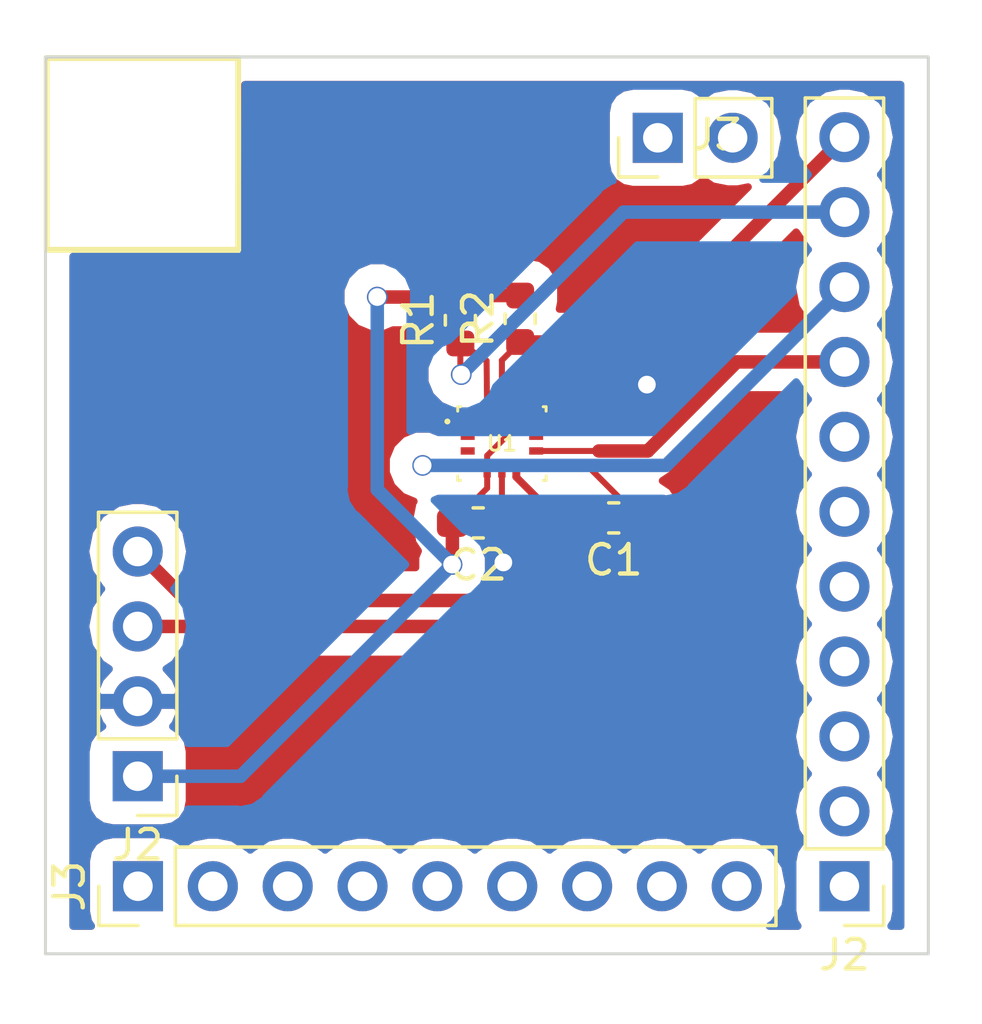
<source format=kicad_pcb>
(kicad_pcb (version 20171130) (host pcbnew "(5.0.1)-3")

  (general
    (thickness 1.6)
    (drawings 11)
    (tracks 60)
    (zones 0)
    (modules 9)
    (nets 31)
  )

  (page A4)
  (layers
    (0 F.Cu signal)
    (31 B.Cu signal)
    (32 B.Adhes user)
    (33 F.Adhes user)
    (34 B.Paste user)
    (35 F.Paste user)
    (36 B.SilkS user)
    (37 F.SilkS user)
    (38 B.Mask user)
    (39 F.Mask user)
    (40 Dwgs.User user)
    (41 Cmts.User user)
    (42 Eco1.User user)
    (43 Eco2.User user)
    (44 Edge.Cuts user)
    (45 Margin user)
    (46 B.CrtYd user)
    (47 F.CrtYd user)
    (48 B.Fab user)
    (49 F.Fab user)
  )

  (setup
    (last_trace_width 0.2032)
    (user_trace_width 0.1524)
    (user_trace_width 0.4572)
    (user_trace_width 0.1524)
    (user_trace_width 0.4572)
    (trace_clearance 0.1524)
    (zone_clearance 0.762)
    (zone_45_only no)
    (trace_min 0.0508)
    (segment_width 0.2)
    (edge_width 0.15)
    (via_size 0.7)
    (via_drill 0.6)
    (via_min_size 0.4)
    (via_min_drill 0.3)
    (uvia_size 0.7)
    (uvia_drill 0.6)
    (uvias_allowed no)
    (uvia_min_size 0.2)
    (uvia_min_drill 0.1)
    (pcb_text_width 0.3)
    (pcb_text_size 1.5 1.5)
    (mod_edge_width 0.15)
    (mod_text_size 1 1)
    (mod_text_width 0.15)
    (pad_size 1.524 1.524)
    (pad_drill 0.762)
    (pad_to_mask_clearance 0.051)
    (solder_mask_min_width 0.25)
    (aux_axis_origin 0 0)
    (grid_origin 137.65 67.16)
    (visible_elements 7FFFFFFF)
    (pcbplotparams
      (layerselection 0x01000_ffffffff)
      (usegerberextensions false)
      (usegerberattributes false)
      (usegerberadvancedattributes false)
      (creategerberjobfile false)
      (excludeedgelayer true)
      (linewidth 0.100000)
      (plotframeref false)
      (viasonmask false)
      (mode 1)
      (useauxorigin false)
      (hpglpennumber 1)
      (hpglpenspeed 20)
      (hpglpendiameter 15.000000)
      (psnegative false)
      (psa4output false)
      (plotreference true)
      (plotvalue true)
      (plotinvisibletext false)
      (padsonsilk false)
      (subtractmaskfromsilk false)
      (outputformat 1)
      (mirror false)
      (drillshape 0)
      (scaleselection 1)
      (outputdirectory "Gerber/"))
  )

  (net 0 "")
  (net 1 DGND)
  (net 2 /BMI_SDA)
  (net 3 /BMI_SCL)
  (net 4 /BMI_INT1)
  (net 5 /BMI_INT2)
  (net 6 /LOAD_SW_CTRL)
  (net 7 /AIN_BAT_DIV_VOLTAGE)
  (net 8 /P10)
  (net 9 /P17)
  (net 10 /SWDCLK)
  (net 11 /SWDIO)
  (net 12 /P09)
  (net 13 /P02)
  (net 14 /P05)
  (net 15 /P06)
  (net 16 /P07)
  (net 17 /P08)
  (net 18 /MAX30003_INT)
  (net 19 /MAX30003_INT2)
  (net 20 /MAX30003_SDO)
  (net 21 /MAX30003_SDI)
  (net 22 /MAX30003_SCLK)
  (net 23 /MAX30003_CSB)
  (net 24 AGND)
  (net 25 DVDD)
  (net 26 AVDD)
  (net 27 "Net-(U1-Pad11)")
  (net 28 "Net-(U1-Pad10)")
  (net 29 "Net-(U1-Pad3)")
  (net 30 "Net-(U1-Pad2)")

  (net_class Default "This is the default net class."
    (clearance 0.1524)
    (trace_width 0.2032)
    (via_dia 0.7)
    (via_drill 0.6)
    (uvia_dia 0.7)
    (uvia_drill 0.6)
    (add_net /AIN_BAT_DIV_VOLTAGE)
    (add_net /BMI_INT1)
    (add_net /BMI_INT2)
    (add_net /BMI_SCL)
    (add_net /BMI_SDA)
    (add_net /LOAD_SW_CTRL)
    (add_net /MAX30003_CSB)
    (add_net /MAX30003_INT)
    (add_net /MAX30003_INT2)
    (add_net /MAX30003_SCLK)
    (add_net /MAX30003_SDI)
    (add_net /MAX30003_SDO)
    (add_net /P02)
    (add_net /P05)
    (add_net /P06)
    (add_net /P07)
    (add_net /P08)
    (add_net /P09)
    (add_net /P10)
    (add_net /P17)
    (add_net /SWDCLK)
    (add_net /SWDIO)
    (add_net AGND)
    (add_net AVDD)
    (add_net DGND)
    (add_net DVDD)
    (add_net "Net-(U1-Pad10)")
    (add_net "Net-(U1-Pad11)")
    (add_net "Net-(U1-Pad2)")
    (add_net "Net-(U1-Pad3)")
  )

  (net_class 6 ""
    (clearance 0.1524)
    (trace_width 0.1524)
    (via_dia 0.7)
    (via_drill 0.6)
    (uvia_dia 0.7)
    (uvia_drill 0.6)
  )

  (module Connector_PinHeader_2.54mm:PinHeader_1x02_P2.54mm_Vertical (layer F.Cu) (tedit 5C67A391) (tstamp 5D8E9CEB)
    (at 203.69 72.33 90)
    (descr "Through hole straight pin header, 1x02, 2.54mm pitch, single row")
    (tags "Through hole pin header THT 1x02 2.54mm single row")
    (path /5DA2C7AE)
    (fp_text reference J3 (at 0.099 2.018 180) (layer F.SilkS)
      (effects (font (size 1 1) (thickness 0.15)))
    )
    (fp_text value Conn_01x02 (at 0 4.87 90) (layer F.Fab)
      (effects (font (size 1 1) (thickness 0.15)))
    )
    (fp_text user %R (at 0 1.27 180) (layer F.Fab)
      (effects (font (size 1 1) (thickness 0.15)))
    )
    (fp_line (start 1.8 -1.8) (end -1.8 -1.8) (layer F.CrtYd) (width 0.05))
    (fp_line (start 1.8 4.35) (end 1.8 -1.8) (layer F.CrtYd) (width 0.05))
    (fp_line (start -1.8 4.35) (end 1.8 4.35) (layer F.CrtYd) (width 0.05))
    (fp_line (start -1.8 -1.8) (end -1.8 4.35) (layer F.CrtYd) (width 0.05))
    (fp_line (start -1.33 -1.33) (end 0 -1.33) (layer F.SilkS) (width 0.12))
    (fp_line (start -1.33 0) (end -1.33 -1.33) (layer F.SilkS) (width 0.12))
    (fp_line (start -1.33 1.27) (end 1.33 1.27) (layer F.SilkS) (width 0.12))
    (fp_line (start 1.33 1.27) (end 1.33 3.87) (layer F.SilkS) (width 0.12))
    (fp_line (start -1.33 1.27) (end -1.33 3.87) (layer F.SilkS) (width 0.12))
    (fp_line (start -1.33 3.87) (end 1.33 3.87) (layer F.SilkS) (width 0.12))
    (fp_line (start -1.27 -0.635) (end -0.635 -1.27) (layer F.Fab) (width 0.1))
    (fp_line (start -1.27 3.81) (end -1.27 -0.635) (layer F.Fab) (width 0.1))
    (fp_line (start 1.27 3.81) (end -1.27 3.81) (layer F.Fab) (width 0.1))
    (fp_line (start 1.27 -1.27) (end 1.27 3.81) (layer F.Fab) (width 0.1))
    (fp_line (start -0.635 -1.27) (end 1.27 -1.27) (layer F.Fab) (width 0.1))
    (pad 2 thru_hole oval (at 0 2.54 90) (size 1.7 1.7) (drill 1) (layers *.Cu *.Mask)
      (net 10 /SWDCLK))
    (pad 1 thru_hole rect (at 0 0 90) (size 1.7 1.7) (drill 1) (layers *.Cu *.Mask)
      (net 11 /SWDIO))
    (model ${KISYS3DMOD}/Connector_PinHeader_2.54mm.3dshapes/PinHeader_1x02_P2.54mm_Vertical.wrl
      (at (xyz 0 0 0))
      (scale (xyz 1 1 1))
      (rotate (xyz 0 0 0))
    )
  )

  (module Package_LGA:BMI160-Fixedtolerance (layer F.Cu) (tedit 5D75168F) (tstamp 5D8F8147)
    (at 198.4 82.7)
    (descr BMI160-5)
    (tags Accelerometer)
    (path /5C8BECD7)
    (attr smd)
    (fp_text reference U1 (at 0 0) (layer F.SilkS)
      (effects (font (size 0.5 0.5) (thickness 0.1)))
    )
    (fp_text value BMI160 (at -0.44 6.13 180) (layer F.SilkS) hide
      (effects (font (size 1.27 1.27) (thickness 0.254)))
    )
    (fp_arc (start -1.85 -0.75) (end -1.9 -0.75) (angle -180) (layer F.SilkS) (width 0.1))
    (fp_arc (start -1.85 -0.75) (end -1.8 -0.75) (angle -180) (layer F.SilkS) (width 0.1))
    (fp_line (start 1.5 -1.25) (end 1.4 -1.25) (layer F.SilkS) (width 0.1))
    (fp_line (start 1.5 -1.1) (end 1.5 -1.25) (layer F.SilkS) (width 0.1))
    (fp_line (start -1.5 -1.25) (end -1.4 -1.25) (layer F.SilkS) (width 0.1))
    (fp_line (start -1.5 -1.1) (end -1.5 -1.25) (layer F.SilkS) (width 0.1))
    (fp_line (start 1.5 1.25) (end 1.4 1.25) (layer F.SilkS) (width 0.1))
    (fp_line (start 1.5 1.1) (end 1.5 1.25) (layer F.SilkS) (width 0.1))
    (fp_line (start -1.5 1.25) (end -1.4 1.25) (layer F.SilkS) (width 0.1))
    (fp_line (start -1.5 1.1) (end -1.5 1.25) (layer F.SilkS) (width 0.1))
    (fp_line (start -1.9 -0.75) (end -1.9 -0.75) (layer F.SilkS) (width 0.1))
    (fp_line (start -1.8 -0.75) (end -1.8 -0.75) (layer F.SilkS) (width 0.1))
    (fp_line (start -2.1 1.85) (end -2.1 -1.85) (layer Dwgs.User) (width 0.1))
    (fp_line (start 2.1 1.85) (end -2.1 1.85) (layer Dwgs.User) (width 0.1))
    (fp_line (start 2.1 -1.85) (end 2.1 1.85) (layer Dwgs.User) (width 0.1))
    (fp_line (start -2.1 -1.85) (end 2.1 -1.85) (layer Dwgs.User) (width 0.1))
    (fp_line (start -1.5 1.25) (end -1.5 -1.25) (layer Dwgs.User) (width 0.2))
    (fp_line (start 1.5 1.25) (end -1.5 1.25) (layer Dwgs.User) (width 0.2))
    (fp_line (start 1.5 -1.25) (end 1.5 1.25) (layer Dwgs.User) (width 0.2))
    (fp_line (start -1.5 -1.25) (end 1.5 -1.25) (layer Dwgs.User) (width 0.2))
    (pad 14 smd rect (at -0.5 -0.912) (size 0.25 0.475) (layers F.Cu F.Paste F.Mask)
      (net 2 /BMI_SDA))
    (pad 13 smd rect (at 0 -0.912) (size 0.25 0.475) (layers F.Cu F.Paste F.Mask)
      (net 3 /BMI_SCL))
    (pad 12 smd rect (at 0.5 -0.912) (size 0.25 0.475) (layers F.Cu F.Paste F.Mask)
      (net 25 DVDD))
    (pad 11 smd rect (at 1.162 -0.75 90) (size 0.25 0.475) (layers F.Cu F.Paste F.Mask)
      (net 27 "Net-(U1-Pad11)"))
    (pad 10 smd rect (at 1.162 -0.25 90) (size 0.25 0.475) (layers F.Cu F.Paste F.Mask)
      (net 28 "Net-(U1-Pad10)"))
    (pad 9 smd rect (at 1.162 0.25 90) (size 0.25 0.475) (layers F.Cu F.Paste F.Mask)
      (net 5 /BMI_INT2))
    (pad 8 smd rect (at 1.162 0.75 90) (size 0.25 0.475) (layers F.Cu F.Paste F.Mask)
      (net 26 AVDD))
    (pad 7 smd rect (at 0.5 0.912) (size 0.25 0.475) (layers F.Cu F.Paste F.Mask)
      (net 24 AGND))
    (pad 6 smd rect (at 0 0.912) (size 0.25 0.475) (layers F.Cu F.Paste F.Mask)
      (net 1 DGND))
    (pad 5 smd rect (at -0.5 0.912) (size 0.25 0.475) (layers F.Cu F.Paste F.Mask)
      (net 25 DVDD))
    (pad 4 smd rect (at -1.162 0.75 90) (size 0.25 0.475) (layers F.Cu F.Paste F.Mask)
      (net 4 /BMI_INT1))
    (pad 3 smd rect (at -1.162 0.25 90) (size 0.25 0.475) (layers F.Cu F.Paste F.Mask)
      (net 29 "Net-(U1-Pad3)"))
    (pad 2 smd rect (at -1.162 -0.25 90) (size 0.25 0.475) (layers F.Cu F.Paste F.Mask)
      (net 30 "Net-(U1-Pad2)"))
    (pad 1 smd rect (at -1.162 -0.75 90) (size 0.25 0.475) (layers F.Cu F.Paste F.Mask)
      (net 1 DGND))
  )

  (module Resistor_SMD:R_0603_1608Metric (layer F.Cu) (tedit 5D6D69F3) (tstamp 5D8F8081)
    (at 196.99 78.5175 90)
    (descr "Resistor SMD 0603 (1608 Metric), square (rectangular) end terminal, IPC_7351 nominal, (Body size source: http://www.tortai-tech.com/upload/download/2011102023233369053.pdf), generated with kicad-footprint-generator")
    (tags resistor)
    (path /5CA8E20B)
    (attr smd)
    (fp_text reference R1 (at 0 -1.43 90) (layer F.SilkS)
      (effects (font (size 1 1) (thickness 0.15)))
    )
    (fp_text value 100K (at 0 1.43 90) (layer F.Fab)
      (effects (font (size 1 1) (thickness 0.15)))
    )
    (fp_text user %R (at 0 0 90) (layer F.Fab)
      (effects (font (size 0.4 0.4) (thickness 0.06)))
    )
    (fp_line (start 1.48 0.73) (end -1.48 0.73) (layer F.CrtYd) (width 0.05))
    (fp_line (start 1.48 -0.73) (end 1.48 0.73) (layer F.CrtYd) (width 0.05))
    (fp_line (start -1.48 -0.73) (end 1.48 -0.73) (layer F.CrtYd) (width 0.05))
    (fp_line (start -1.48 0.73) (end -1.48 -0.73) (layer F.CrtYd) (width 0.05))
    (fp_line (start -0.162779 0.51) (end 0.162779 0.51) (layer F.SilkS) (width 0.12))
    (fp_line (start -0.162779 -0.51) (end 0.162779 -0.51) (layer F.SilkS) (width 0.12))
    (fp_line (start 0.8 0.4) (end -0.8 0.4) (layer F.Fab) (width 0.1))
    (fp_line (start 0.8 -0.4) (end 0.8 0.4) (layer F.Fab) (width 0.1))
    (fp_line (start -0.8 -0.4) (end 0.8 -0.4) (layer F.Fab) (width 0.1))
    (fp_line (start -0.8 0.4) (end -0.8 -0.4) (layer F.Fab) (width 0.1))
    (pad 2 smd roundrect (at 0.7875 0 90) (size 0.875 0.95) (layers F.Cu F.Paste F.Mask) (roundrect_rratio 0.25)
      (net 25 DVDD))
    (pad 1 smd roundrect (at -0.7875 0 90) (size 0.875 0.95) (layers F.Cu F.Paste F.Mask) (roundrect_rratio 0.25)
      (net 2 /BMI_SDA))
    (model ${KISYS3DMOD}/Resistor_SMD.3dshapes/R_0603_1608Metric.wrl
      (at (xyz 0 0 0))
      (scale (xyz 1 1 1))
      (rotate (xyz 0 0 0))
    )
  )

  (module Capacitor_SMD:C_0603_1608Metric_Pad1.05x0.95mm_HandSolder (layer F.Cu) (tedit 5B301BBE) (tstamp 5D866C02)
    (at 202.195 85.22 180)
    (descr "Capacitor SMD 0603 (1608 Metric), square (rectangular) end terminal, IPC_7351 nominal with elongated pad for handsoldering. (Body size source: http://www.tortai-tech.com/upload/download/2011102023233369053.pdf), generated with kicad-footprint-generator")
    (tags "capacitor handsolder")
    (path /5C7AE792)
    (attr smd)
    (fp_text reference C1 (at 0 -1.43 180) (layer F.SilkS)
      (effects (font (size 1 1) (thickness 0.15)))
    )
    (fp_text value 100nF (at 0 1.43 180) (layer F.Fab)
      (effects (font (size 1 1) (thickness 0.15)))
    )
    (fp_line (start -0.8 0.4) (end -0.8 -0.4) (layer F.Fab) (width 0.1))
    (fp_line (start -0.8 -0.4) (end 0.8 -0.4) (layer F.Fab) (width 0.1))
    (fp_line (start 0.8 -0.4) (end 0.8 0.4) (layer F.Fab) (width 0.1))
    (fp_line (start 0.8 0.4) (end -0.8 0.4) (layer F.Fab) (width 0.1))
    (fp_line (start -0.171267 -0.51) (end 0.171267 -0.51) (layer F.SilkS) (width 0.12))
    (fp_line (start -0.171267 0.51) (end 0.171267 0.51) (layer F.SilkS) (width 0.12))
    (fp_line (start -1.65 0.73) (end -1.65 -0.73) (layer F.CrtYd) (width 0.05))
    (fp_line (start -1.65 -0.73) (end 1.65 -0.73) (layer F.CrtYd) (width 0.05))
    (fp_line (start 1.65 -0.73) (end 1.65 0.73) (layer F.CrtYd) (width 0.05))
    (fp_line (start 1.65 0.73) (end -1.65 0.73) (layer F.CrtYd) (width 0.05))
    (fp_text user %R (at 0 0 180) (layer F.Fab)
      (effects (font (size 0.4 0.4) (thickness 0.06)))
    )
    (pad 1 smd roundrect (at -0.875 0 180) (size 1.05 0.95) (layers F.Cu F.Paste F.Mask) (roundrect_rratio 0.25)
      (net 26 AVDD))
    (pad 2 smd roundrect (at 0.875 0 180) (size 1.05 0.95) (layers F.Cu F.Paste F.Mask) (roundrect_rratio 0.25)
      (net 24 AGND))
    (model ${KISYS3DMOD}/Capacitor_SMD.3dshapes/C_0603_1608Metric.wrl
      (at (xyz 0 0 0))
      (scale (xyz 1 1 1))
      (rotate (xyz 0 0 0))
    )
  )

  (module Capacitor_SMD:C_0603_1608Metric_Pad1.05x0.95mm_HandSolder (layer F.Cu) (tedit 5B301BBE) (tstamp 5D8F81C8)
    (at 197.595 85.39 180)
    (descr "Capacitor SMD 0603 (1608 Metric), square (rectangular) end terminal, IPC_7351 nominal with elongated pad for handsoldering. (Body size source: http://www.tortai-tech.com/upload/download/2011102023233369053.pdf), generated with kicad-footprint-generator")
    (tags "capacitor handsolder")
    (path /5D75B7B6)
    (attr smd)
    (fp_text reference C2 (at 0 -1.43 180) (layer F.SilkS)
      (effects (font (size 1 1) (thickness 0.15)))
    )
    (fp_text value 100nF (at 0 1.43 180) (layer F.Fab)
      (effects (font (size 1 1) (thickness 0.15)))
    )
    (fp_text user %R (at 0 0 180) (layer F.Fab)
      (effects (font (size 0.4 0.4) (thickness 0.06)))
    )
    (fp_line (start 1.65 0.73) (end -1.65 0.73) (layer F.CrtYd) (width 0.05))
    (fp_line (start 1.65 -0.73) (end 1.65 0.73) (layer F.CrtYd) (width 0.05))
    (fp_line (start -1.65 -0.73) (end 1.65 -0.73) (layer F.CrtYd) (width 0.05))
    (fp_line (start -1.65 0.73) (end -1.65 -0.73) (layer F.CrtYd) (width 0.05))
    (fp_line (start -0.171267 0.51) (end 0.171267 0.51) (layer F.SilkS) (width 0.12))
    (fp_line (start -0.171267 -0.51) (end 0.171267 -0.51) (layer F.SilkS) (width 0.12))
    (fp_line (start 0.8 0.4) (end -0.8 0.4) (layer F.Fab) (width 0.1))
    (fp_line (start 0.8 -0.4) (end 0.8 0.4) (layer F.Fab) (width 0.1))
    (fp_line (start -0.8 -0.4) (end 0.8 -0.4) (layer F.Fab) (width 0.1))
    (fp_line (start -0.8 0.4) (end -0.8 -0.4) (layer F.Fab) (width 0.1))
    (pad 2 smd roundrect (at 0.875 0 180) (size 1.05 0.95) (layers F.Cu F.Paste F.Mask) (roundrect_rratio 0.25)
      (net 25 DVDD))
    (pad 1 smd roundrect (at -0.875 0 180) (size 1.05 0.95) (layers F.Cu F.Paste F.Mask) (roundrect_rratio 0.25)
      (net 1 DGND))
    (model ${KISYS3DMOD}/Capacitor_SMD.3dshapes/C_0603_1608Metric.wrl
      (at (xyz 0 0 0))
      (scale (xyz 1 1 1))
      (rotate (xyz 0 0 0))
    )
  )

  (module Resistor_SMD:R_0603_1608Metric (layer F.Cu) (tedit 5B301BBD) (tstamp 5D8F8102)
    (at 199.02 78.4675 90)
    (descr "Resistor SMD 0603 (1608 Metric), square (rectangular) end terminal, IPC_7351 nominal, (Body size source: http://www.tortai-tech.com/upload/download/2011102023233369053.pdf), generated with kicad-footprint-generator")
    (tags resistor)
    (path /5CA8E121)
    (attr smd)
    (fp_text reference R2 (at 0 -1.43 90) (layer F.SilkS)
      (effects (font (size 1 1) (thickness 0.15)))
    )
    (fp_text value 100k (at 3.0825 0.12 90) (layer F.Fab)
      (effects (font (size 1 1) (thickness 0.15)))
    )
    (fp_line (start -0.8 0.4) (end -0.8 -0.4) (layer F.Fab) (width 0.1))
    (fp_line (start -0.8 -0.4) (end 0.8 -0.4) (layer F.Fab) (width 0.1))
    (fp_line (start 0.8 -0.4) (end 0.8 0.4) (layer F.Fab) (width 0.1))
    (fp_line (start 0.8 0.4) (end -0.8 0.4) (layer F.Fab) (width 0.1))
    (fp_line (start -0.162779 -0.51) (end 0.162779 -0.51) (layer F.SilkS) (width 0.12))
    (fp_line (start -0.162779 0.51) (end 0.162779 0.51) (layer F.SilkS) (width 0.12))
    (fp_line (start -1.48 0.73) (end -1.48 -0.73) (layer F.CrtYd) (width 0.05))
    (fp_line (start -1.48 -0.73) (end 1.48 -0.73) (layer F.CrtYd) (width 0.05))
    (fp_line (start 1.48 -0.73) (end 1.48 0.73) (layer F.CrtYd) (width 0.05))
    (fp_line (start 1.48 0.73) (end -1.48 0.73) (layer F.CrtYd) (width 0.05))
    (fp_text user %R (at 0 0 90) (layer F.Fab)
      (effects (font (size 0.4 0.4) (thickness 0.06)))
    )
    (pad 1 smd roundrect (at -0.7875 0 90) (size 0.875 0.95) (layers F.Cu F.Paste F.Mask) (roundrect_rratio 0.25)
      (net 3 /BMI_SCL))
    (pad 2 smd roundrect (at 0.7875 0 90) (size 0.875 0.95) (layers F.Cu F.Paste F.Mask) (roundrect_rratio 0.25)
      (net 25 DVDD))
    (model ${KISYS3DMOD}/Resistor_SMD.3dshapes/R_0603_1608Metric.wrl
      (at (xyz 0 0 0))
      (scale (xyz 1 1 1))
      (rotate (xyz 0 0 0))
    )
  )

  (module Connector_PinHeader_2.54mm:PinHeader_1x09_P2.54mm_Vertical (layer F.Cu) (tedit 5D8F7D3C) (tstamp 5DA34F0B)
    (at 186.05 97.71 90)
    (descr "Through hole straight pin header, 1x09, 2.54mm pitch, single row")
    (tags "Through hole pin header THT 1x09 2.54mm single row")
    (path /5D9FED70)
    (fp_text reference J3 (at 0 -2.33 90) (layer F.SilkS)
      (effects (font (size 1 1) (thickness 0.15)))
    )
    (fp_text value Conn_01x09 (at 0 22.65 90) (layer F.Fab)
      (effects (font (size 1 1) (thickness 0.15)))
    )
    (fp_line (start -0.635 -1.27) (end 1.27 -1.27) (layer F.Fab) (width 0.1))
    (fp_line (start 1.27 -1.27) (end 1.27 21.59) (layer F.Fab) (width 0.1))
    (fp_line (start 1.27 21.59) (end -1.27 21.59) (layer F.Fab) (width 0.1))
    (fp_line (start -1.27 21.59) (end -1.27 -0.635) (layer F.Fab) (width 0.1))
    (fp_line (start -1.27 -0.635) (end -0.635 -1.27) (layer F.Fab) (width 0.1))
    (fp_line (start -1.33 21.65) (end 1.33 21.65) (layer F.SilkS) (width 0.12))
    (fp_line (start -1.33 1.27) (end -1.33 21.65) (layer F.SilkS) (width 0.12))
    (fp_line (start 1.33 1.27) (end 1.33 21.65) (layer F.SilkS) (width 0.12))
    (fp_line (start -1.33 1.27) (end 1.33 1.27) (layer F.SilkS) (width 0.12))
    (fp_line (start -1.33 0) (end -1.33 -1.33) (layer F.SilkS) (width 0.12))
    (fp_line (start -1.33 -1.33) (end 0 -1.33) (layer F.SilkS) (width 0.12))
    (fp_line (start -1.8 -1.8) (end -1.8 22.1) (layer F.CrtYd) (width 0.05))
    (fp_line (start -1.8 22.1) (end 1.8 22.1) (layer F.CrtYd) (width 0.05))
    (fp_line (start 1.8 22.1) (end 1.8 -1.8) (layer F.CrtYd) (width 0.05))
    (fp_line (start 1.8 -1.8) (end -1.8 -1.8) (layer F.CrtYd) (width 0.05))
    (fp_text user %R (at 0 10.16 180) (layer F.Fab)
      (effects (font (size 1 1) (thickness 0.15)))
    )
    (pad 1 thru_hole rect (at 0 0 90) (size 1.7 1.7) (drill 1) (layers *.Cu *.Mask)
      (net 13 /P02))
    (pad 2 thru_hole oval (at 0 2.54 90) (size 1.7 1.7) (drill 1) (layers *.Cu *.Mask)
      (net 6 /LOAD_SW_CTRL))
    (pad 3 thru_hole oval (at 0 5.08 90) (size 1.7 1.7) (drill 1) (layers *.Cu *.Mask)
      (net 7 /AIN_BAT_DIV_VOLTAGE))
    (pad 4 thru_hole oval (at 0 7.62 90) (size 1.7 1.7) (drill 1) (layers *.Cu *.Mask)
      (net 14 /P05))
    (pad 5 thru_hole oval (at 0 10.16 90) (size 1.7 1.7) (drill 1) (layers *.Cu *.Mask)
      (net 15 /P06))
    (pad 6 thru_hole oval (at 0 12.7 90) (size 1.7 1.7) (drill 1) (layers *.Cu *.Mask)
      (net 16 /P07))
    (pad 7 thru_hole oval (at 0 15.24 90) (size 1.7 1.7) (drill 1) (layers *.Cu *.Mask)
      (net 17 /P08))
    (pad 8 thru_hole oval (at 0 17.78 90) (size 1.7 1.7) (drill 1) (layers *.Cu *.Mask)
      (net 12 /P09))
    (pad 9 thru_hole oval (at 0 20.32 90) (size 1.7 1.7) (drill 1) (layers *.Cu *.Mask)
      (net 8 /P10))
    (model ${KISYS3DMOD}/Connector_PinHeader_2.54mm.3dshapes/PinHeader_1x09_P2.54mm_Vertical.wrl
      (at (xyz 0 0 0))
      (scale (xyz 1 1 1))
      (rotate (xyz 0 0 0))
    )
  )

  (module Connector_PinHeader_2.54mm:PinHeader_1x04_P2.54mm_Vertical (layer F.Cu) (tedit 5D8F7D36) (tstamp 5D8EB5B4)
    (at 186.04 93.98 180)
    (descr "Through hole straight pin header, 1x04, 2.54mm pitch, single row")
    (tags "Through hole pin header THT 1x04 2.54mm single row")
    (path /5D761301)
    (fp_text reference J2 (at 0 -2.33 180) (layer F.SilkS)
      (effects (font (size 1 1) (thickness 0.15)))
    )
    (fp_text value Conn_01x04 (at 0 9.95 180) (layer F.Fab)
      (effects (font (size 1 1) (thickness 0.15)))
    )
    (fp_line (start -0.635 -1.27) (end 1.27 -1.27) (layer F.Fab) (width 0.1))
    (fp_line (start 1.27 -1.27) (end 1.27 8.89) (layer F.Fab) (width 0.1))
    (fp_line (start 1.27 8.89) (end -1.27 8.89) (layer F.Fab) (width 0.1))
    (fp_line (start -1.27 8.89) (end -1.27 -0.635) (layer F.Fab) (width 0.1))
    (fp_line (start -1.27 -0.635) (end -0.635 -1.27) (layer F.Fab) (width 0.1))
    (fp_line (start -1.33 8.95) (end 1.33 8.95) (layer F.SilkS) (width 0.12))
    (fp_line (start -1.33 1.27) (end -1.33 8.95) (layer F.SilkS) (width 0.12))
    (fp_line (start 1.33 1.27) (end 1.33 8.95) (layer F.SilkS) (width 0.12))
    (fp_line (start -1.33 1.27) (end 1.33 1.27) (layer F.SilkS) (width 0.12))
    (fp_line (start -1.33 0) (end -1.33 -1.33) (layer F.SilkS) (width 0.12))
    (fp_line (start -1.33 -1.33) (end 0 -1.33) (layer F.SilkS) (width 0.12))
    (fp_line (start -1.8 -1.8) (end -1.8 9.4) (layer F.CrtYd) (width 0.05))
    (fp_line (start -1.8 9.4) (end 1.8 9.4) (layer F.CrtYd) (width 0.05))
    (fp_line (start 1.8 9.4) (end 1.8 -1.8) (layer F.CrtYd) (width 0.05))
    (fp_line (start 1.8 -1.8) (end -1.8 -1.8) (layer F.CrtYd) (width 0.05))
    (fp_text user %R (at 0 3.81 270) (layer F.Fab)
      (effects (font (size 1 1) (thickness 0.15)))
    )
    (pad 1 thru_hole rect (at 0 0 180) (size 1.7 1.7) (drill 1) (layers *.Cu *.Mask)
      (net 25 DVDD))
    (pad 2 thru_hole oval (at 0 2.54 180) (size 1.7 1.7) (drill 1) (layers *.Cu *.Mask)
      (net 1 DGND))
    (pad 3 thru_hole oval (at 0 5.08 180) (size 1.7 1.7) (drill 1) (layers *.Cu *.Mask)
      (net 26 AVDD))
    (pad 4 thru_hole oval (at 0 7.62 180) (size 1.7 1.7) (drill 1) (layers *.Cu *.Mask)
      (net 24 AGND))
    (model ${KISYS3DMOD}/Connector_PinHeader_2.54mm.3dshapes/PinHeader_1x04_P2.54mm_Vertical.wrl
      (at (xyz 0 0 0))
      (scale (xyz 1 1 1))
      (rotate (xyz 0 0 0))
    )
  )

  (module Connector_PinHeader_2.54mm:PinHeader_1x11_P2.54mm_Vertical (layer F.Cu) (tedit 59FED5CC) (tstamp 5D8E88EC)
    (at 210.024 97.71 180)
    (descr "Through hole straight pin header, 1x11, 2.54mm pitch, single row")
    (tags "Through hole pin header THT 1x11 2.54mm single row")
    (path /5D9826AF)
    (fp_text reference J2 (at 0 -2.33 180) (layer F.SilkS)
      (effects (font (size 1 1) (thickness 0.15)))
    )
    (fp_text value Conn_01x11 (at 0 27.73 180) (layer F.Fab)
      (effects (font (size 1 1) (thickness 0.15)))
    )
    (fp_line (start -0.635 -1.27) (end 1.27 -1.27) (layer F.Fab) (width 0.1))
    (fp_line (start 1.27 -1.27) (end 1.27 26.67) (layer F.Fab) (width 0.1))
    (fp_line (start 1.27 26.67) (end -1.27 26.67) (layer F.Fab) (width 0.1))
    (fp_line (start -1.27 26.67) (end -1.27 -0.635) (layer F.Fab) (width 0.1))
    (fp_line (start -1.27 -0.635) (end -0.635 -1.27) (layer F.Fab) (width 0.1))
    (fp_line (start -1.33 26.73) (end 1.33 26.73) (layer F.SilkS) (width 0.12))
    (fp_line (start -1.33 1.27) (end -1.33 26.73) (layer F.SilkS) (width 0.12))
    (fp_line (start 1.33 1.27) (end 1.33 26.73) (layer F.SilkS) (width 0.12))
    (fp_line (start -1.33 1.27) (end 1.33 1.27) (layer F.SilkS) (width 0.12))
    (fp_line (start -1.33 0) (end -1.33 -1.33) (layer F.SilkS) (width 0.12))
    (fp_line (start -1.33 -1.33) (end 0 -1.33) (layer F.SilkS) (width 0.12))
    (fp_line (start -1.8 -1.8) (end -1.8 27.2) (layer F.CrtYd) (width 0.05))
    (fp_line (start -1.8 27.2) (end 1.8 27.2) (layer F.CrtYd) (width 0.05))
    (fp_line (start 1.8 27.2) (end 1.8 -1.8) (layer F.CrtYd) (width 0.05))
    (fp_line (start 1.8 -1.8) (end -1.8 -1.8) (layer F.CrtYd) (width 0.05))
    (fp_text user %R (at 0 12.7 270) (layer F.Fab)
      (effects (font (size 1 1) (thickness 0.15)))
    )
    (pad 1 thru_hole rect (at 0 0 180) (size 1.7 1.7) (drill 1) (layers *.Cu *.Mask)
      (net 23 /MAX30003_CSB))
    (pad 2 thru_hole oval (at 0 2.54 180) (size 1.7 1.7) (drill 1) (layers *.Cu *.Mask)
      (net 22 /MAX30003_SCLK))
    (pad 3 thru_hole oval (at 0 5.08 180) (size 1.7 1.7) (drill 1) (layers *.Cu *.Mask)
      (net 21 /MAX30003_SDI))
    (pad 4 thru_hole oval (at 0 7.62 180) (size 1.7 1.7) (drill 1) (layers *.Cu *.Mask)
      (net 20 /MAX30003_SDO))
    (pad 5 thru_hole oval (at 0 10.16 180) (size 1.7 1.7) (drill 1) (layers *.Cu *.Mask)
      (net 19 /MAX30003_INT2))
    (pad 6 thru_hole oval (at 0 12.7 180) (size 1.7 1.7) (drill 1) (layers *.Cu *.Mask)
      (net 18 /MAX30003_INT))
    (pad 7 thru_hole oval (at 0 15.24 180) (size 1.7 1.7) (drill 1) (layers *.Cu *.Mask)
      (net 9 /P17))
    (pad 8 thru_hole oval (at 0 17.78 180) (size 1.7 1.7) (drill 1) (layers *.Cu *.Mask)
      (net 5 /BMI_INT2))
    (pad 9 thru_hole oval (at 0 20.32 180) (size 1.7 1.7) (drill 1) (layers *.Cu *.Mask)
      (net 4 /BMI_INT1))
    (pad 10 thru_hole oval (at 0 22.86 180) (size 1.7 1.7) (drill 1) (layers *.Cu *.Mask)
      (net 2 /BMI_SDA))
    (pad 11 thru_hole oval (at 0 25.4 180) (size 1.7 1.7) (drill 1) (layers *.Cu *.Mask)
      (net 3 /BMI_SCL))
    (model ${KISYS3DMOD}/Connector_PinHeader_2.54mm.3dshapes/PinHeader_1x11_P2.54mm_Vertical.wrl
      (at (xyz 0 0 0))
      (scale (xyz 1 1 1))
      (rotate (xyz 0 0 0))
    )
  )

  (gr_line (start 182.91 69.59) (end 212.87 69.59) (angle 90) (layer Edge.Cuts) (width 0.1) (tstamp 5D8EB2F6))
  (gr_line (start 182.91 69.59) (end 212.87 69.59) (angle 90) (layer Edge.Cuts) (width 0.1) (tstamp 5D8EB2F6))
  (gr_line (start 182.91 100) (end 212.87 100) (angle 90) (layer Edge.Cuts) (width 0.1) (tstamp 5DA36287))
  (gr_line (start 212.87 69.59) (end 212.87 100) (angle 90) (layer Edge.Cuts) (width 0.1) (tstamp 5DA36287))
  (gr_line (start 182.95 69.628) (end 189.45 69.628) (angle 90) (layer F.SilkS) (width 0.2) (tstamp 5D8EB2D8))
  (gr_line (start 189.45 76.128) (end 182.95 76.128) (angle 90) (layer F.SilkS) (width 0.2) (tstamp 5D8EB2F3))
  (gr_line (start 189.45 69.628) (end 189.45 76.128) (angle 90) (layer F.SilkS) (width 0.2) (tstamp 5D8EB2EA))
  (gr_line (start 182.91 69.59) (end 182.91 100) (angle 90) (layer Edge.Cuts) (width 0.1) (tstamp 5D8EB2ED))
  (gr_line (start 182.95 69.628) (end 182.95 69.648) (angle 90) (layer Edge.Cuts) (width 0.1) (tstamp 5D8EB2E7))
  (gr_line (start 182.95 76.128) (end 182.95 69.628) (angle 90) (layer F.SilkS) (width 0.2) (tstamp 5D8EB2E1))
  (gr_line (start 212.87 69.59) (end 212.87 100) (angle 90) (layer Edge.Cuts) (width 0.1) (tstamp 5DA36287))

  (segment (start 198.4 85.32) (end 198.47 85.39) (width 0.2032) (layer F.Cu) (net 1))
  (segment (start 198.4 83.612) (end 198.4 85.32) (width 0.2032) (layer F.Cu) (net 1))
  (via (at 198.45 86.73) (size 0.7) (drill 0.6) (layers F.Cu B.Cu) (net 1))
  (segment (start 198.47 85.39) (end 198.47 86.71) (width 0.4572) (layer F.Cu) (net 1))
  (segment (start 198.47 86.71) (end 198.45 86.73) (width 0.4572) (layer F.Cu) (net 1))
  (via (at 203.32 80.7) (size 0.7) (drill 0.6) (layers F.Cu B.Cu) (net 1) (tstamp 5D8F8BD7))
  (segment (start 197.238 81.95) (end 196.7973 81.95) (width 0.2032) (layer F.Cu) (net 1))
  (segment (start 196.7973 81.95) (end 195.71 81.95) (width 0.4572) (layer F.Cu) (net 1))
  (segment (start 197.88 81.655) (end 197.88 81.775) (width 0.25) (layer F.Cu) (net 2) (tstamp 5D8F81F5))
  (segment (start 197.88 79.89) (end 196.99 79.305) (width 0.2032) (layer F.Cu) (net 2))
  (segment (start 197.9 81.788) (end 197.88 79.89) (width 0.2032) (layer F.Cu) (net 2))
  (via (at 197.02 80.36) (size 0.7) (drill 0.6) (layers F.Cu B.Cu) (net 2))
  (segment (start 196.99 79.305) (end 196.99 80.33) (width 0.2032) (layer F.Cu) (net 2))
  (segment (start 196.99 80.33) (end 197.02 80.36) (width 0.2032) (layer F.Cu) (net 2))
  (segment (start 197.02 80.36) (end 202.53 74.85) (width 0.4572) (layer B.Cu) (net 2))
  (segment (start 202.53 74.85) (end 210.024 74.85) (width 0.4572) (layer B.Cu) (net 2))
  (segment (start 198.4 79.875) (end 199.02 79.255) (width 0.2032) (layer F.Cu) (net 3))
  (segment (start 198.4 81.788) (end 198.4 79.875) (width 0.2032) (layer F.Cu) (net 3))
  (segment (start 203.079 79.255) (end 199.02 79.255) (width 0.4572) (layer F.Cu) (net 3))
  (segment (start 210.024 72.31) (end 203.079 79.255) (width 0.4572) (layer F.Cu) (net 3))
  (segment (start 197.095 83.44) (end 197.215 83.44) (width 0.25) (layer F.Cu) (net 4) (tstamp 5D8F81B0))
  (segment (start 197.238 83.45) (end 196.7973 83.45) (width 0.2032) (layer F.Cu) (net 4))
  (via (at 195.71 83.44) (size 0.7) (drill 0.6) (layers F.Cu B.Cu) (net 4))
  (segment (start 196.7973 83.45) (end 195.72 83.45) (width 0.2032) (layer F.Cu) (net 4))
  (segment (start 195.72 83.45) (end 195.71 83.44) (width 0.2032) (layer F.Cu) (net 4))
  (segment (start 203.974 83.44) (end 195.71 83.44) (width 0.4572) (layer B.Cu) (net 4))
  (segment (start 210.024 77.39) (end 203.974 83.44) (width 0.4572) (layer B.Cu) (net 4))
  (segment (start 210.024 79.93) (end 206.37 79.93) (width 0.4572) (layer F.Cu) (net 5))
  (segment (start 206.37 79.93) (end 203.35 82.95) (width 0.4572) (layer F.Cu) (net 5))
  (segment (start 203.35 82.95) (end 201.69 82.95) (width 0.4572) (layer F.Cu) (net 5))
  (segment (start 199.562 82.95) (end 201.69 82.95) (width 0.2032) (layer F.Cu) (net 5))
  (segment (start 200.695 85.22) (end 201.32 85.22) (width 0.25) (layer F.Cu) (net 24) (tstamp 5D8F80E1))
  (segment (start 200.269998 85.22) (end 200.695 85.22) (width 0.25) (layer F.Cu) (net 24) (tstamp 5D8F80E7))
  (segment (start 198.88 83.830002) (end 200.269998 85.22) (width 0.25) (layer F.Cu) (net 24) (tstamp 5D8F80D5))
  (segment (start 198.88 83.605) (end 198.88 83.830002) (width 0.25) (layer F.Cu) (net 24) (tstamp 5D8F80CF))
  (segment (start 201.32 85.795) (end 199.095 88.02) (width 0.4572) (layer F.Cu) (net 24))
  (segment (start 201.32 85.22) (end 201.32 85.795) (width 0.4572) (layer F.Cu) (net 24))
  (segment (start 187.7 88.02) (end 186.04 86.36) (width 0.4572) (layer F.Cu) (net 24))
  (segment (start 199.095 88.02) (end 187.7 88.02) (width 0.4572) (layer F.Cu) (net 24))
  (segment (start 197.9 84.21) (end 196.72 85.39) (width 0.2032) (layer F.Cu) (net 25))
  (segment (start 197.9 83.612) (end 197.9 84.21) (width 0.2032) (layer F.Cu) (net 25))
  (segment (start 198.9 82.107702) (end 198.9 81.788) (width 0.2032) (layer F.Cu) (net 25))
  (segment (start 197.9 83.107702) (end 198.9 82.107702) (width 0.2032) (layer F.Cu) (net 25))
  (segment (start 197.9 83.612) (end 197.9 83.107702) (width 0.2032) (layer F.Cu) (net 25))
  (via (at 196.71 86.8) (size 0.7) (drill 0.6) (layers F.Cu B.Cu) (net 25))
  (segment (start 196.72 85.39) (end 196.72 86.79) (width 0.4572) (layer F.Cu) (net 25))
  (segment (start 196.72 86.79) (end 196.71 86.8) (width 0.4572) (layer F.Cu) (net 25))
  (segment (start 189.53 93.98) (end 186.04 93.98) (width 0.4572) (layer B.Cu) (net 25))
  (segment (start 196.71 86.8) (end 189.53 93.98) (width 0.4572) (layer B.Cu) (net 25))
  (segment (start 197.04 77.68) (end 196.99 77.73) (width 0.4572) (layer F.Cu) (net 25))
  (segment (start 199.02 77.68) (end 197.04 77.68) (width 0.4572) (layer F.Cu) (net 25))
  (segment (start 196.99 77.73) (end 196.415 77.73) (width 0.4572) (layer F.Cu) (net 25))
  (via (at 194.17 77.73) (size 0.7) (drill 0.6) (layers F.Cu B.Cu) (net 25))
  (segment (start 196.415 77.73) (end 194.17 77.73) (width 0.4572) (layer F.Cu) (net 25))
  (segment (start 194.17 84.26) (end 196.71 86.8) (width 0.4572) (layer B.Cu) (net 25))
  (segment (start 194.17 77.73) (end 194.17 84.26) (width 0.4572) (layer B.Cu) (net 25))
  (segment (start 201.3 83.45) (end 203.07 85.22) (width 0.2032) (layer F.Cu) (net 26))
  (segment (start 199.562 83.45) (end 201.3 83.45) (width 0.2032) (layer F.Cu) (net 26))
  (segment (start 199.39 88.9) (end 186.04 88.9) (width 0.4572) (layer F.Cu) (net 26))
  (segment (start 203.07 85.22) (end 199.39 88.9) (width 0.4572) (layer F.Cu) (net 26))

  (zone (net 1) (net_name DGND) (layer B.Cu) (tstamp 5D8FE8B6) (hatch edge 0.508)
    (connect_pads (clearance 0.762))
    (min_thickness 0.254)
    (fill yes (arc_segments 16) (thermal_gap 0.508) (thermal_bridge_width 0.508))
    (polygon
      (pts
        (xy 182.97 76.23) (xy 189.52 76.23) (xy 189.57 69.67) (xy 212.82 69.64) (xy 212.82 99.95)
        (xy 182.96 99.95)
      )
    )
    (filled_polygon
      (pts
        (xy 211.931001 99.061) (xy 211.608433 99.061) (xy 211.711419 98.90687) (xy 211.780416 98.56) (xy 211.780416 96.86)
        (xy 211.711419 96.51313) (xy 211.514933 96.219067) (xy 211.445508 96.172679) (xy 211.662102 95.848524) (xy 211.797069 95.17)
        (xy 211.662102 94.491476) (xy 211.277749 93.916251) (xy 211.253428 93.9) (xy 211.277749 93.883749) (xy 211.662102 93.308524)
        (xy 211.797069 92.63) (xy 211.662102 91.951476) (xy 211.277749 91.376251) (xy 211.253428 91.36) (xy 211.277749 91.343749)
        (xy 211.662102 90.768524) (xy 211.797069 90.09) (xy 211.662102 89.411476) (xy 211.277749 88.836251) (xy 211.253428 88.82)
        (xy 211.277749 88.803749) (xy 211.662102 88.228524) (xy 211.797069 87.55) (xy 211.662102 86.871476) (xy 211.277749 86.296251)
        (xy 211.253428 86.28) (xy 211.277749 86.263749) (xy 211.662102 85.688524) (xy 211.797069 85.01) (xy 211.662102 84.331476)
        (xy 211.277749 83.756251) (xy 211.253428 83.74) (xy 211.277749 83.723749) (xy 211.662102 83.148524) (xy 211.797069 82.47)
        (xy 211.662102 81.791476) (xy 211.277749 81.216251) (xy 211.253428 81.2) (xy 211.277749 81.183749) (xy 211.662102 80.608524)
        (xy 211.797069 79.93) (xy 211.662102 79.251476) (xy 211.277749 78.676251) (xy 211.253428 78.66) (xy 211.277749 78.643749)
        (xy 211.662102 78.068524) (xy 211.797069 77.39) (xy 211.662102 76.711476) (xy 211.277749 76.136251) (xy 211.253428 76.12)
        (xy 211.277749 76.103749) (xy 211.662102 75.528524) (xy 211.797069 74.85) (xy 211.662102 74.171476) (xy 211.277749 73.596251)
        (xy 211.253428 73.58) (xy 211.277749 73.563749) (xy 211.662102 72.988524) (xy 211.797069 72.31) (xy 211.662102 71.631476)
        (xy 211.277749 71.056251) (xy 210.702524 70.671898) (xy 210.195276 70.571) (xy 209.852724 70.571) (xy 209.345476 70.671898)
        (xy 208.770251 71.056251) (xy 208.385898 71.631476) (xy 208.250931 72.31) (xy 208.385898 72.988524) (xy 208.770251 73.563749)
        (xy 208.794572 73.58) (xy 208.770251 73.596251) (xy 208.679279 73.7324) (xy 207.261277 73.7324) (xy 207.483749 73.583749)
        (xy 207.868102 73.008524) (xy 208.003069 72.33) (xy 207.868102 71.651476) (xy 207.483749 71.076251) (xy 206.908524 70.691898)
        (xy 206.401276 70.591) (xy 206.058724 70.591) (xy 205.551476 70.691898) (xy 205.227321 70.908492) (xy 205.180933 70.839067)
        (xy 204.88687 70.642581) (xy 204.54 70.573584) (xy 202.84 70.573584) (xy 202.49313 70.642581) (xy 202.199067 70.839067)
        (xy 202.002581 71.13313) (xy 201.933584 71.48) (xy 201.933584 73.18) (xy 202.002581 73.52687) (xy 202.172762 73.781564)
        (xy 202.093934 73.797244) (xy 201.724255 74.044255) (xy 201.661902 74.137573) (xy 196.61125 79.188226) (xy 196.318163 79.309627)
        (xy 195.969627 79.658163) (xy 195.781 80.113548) (xy 195.781 80.606452) (xy 195.969627 81.061837) (xy 196.318163 81.410373)
        (xy 196.773548 81.599) (xy 197.266452 81.599) (xy 197.721837 81.410373) (xy 198.070373 81.061837) (xy 198.191774 80.76875)
        (xy 202.992925 75.9676) (xy 208.679279 75.9676) (xy 208.770251 76.103749) (xy 208.794572 76.12) (xy 208.770251 76.136251)
        (xy 208.385898 76.711476) (xy 208.250931 77.39) (xy 208.282876 77.550599) (xy 203.511076 82.3224) (xy 196.249537 82.3224)
        (xy 195.956452 82.201) (xy 195.463548 82.201) (xy 195.2876 82.27388) (xy 195.2876 78.269537) (xy 195.409 77.976452)
        (xy 195.409 77.483548) (xy 195.220373 77.028163) (xy 194.871837 76.679627) (xy 194.416452 76.491) (xy 193.923548 76.491)
        (xy 193.468163 76.679627) (xy 193.119627 77.028163) (xy 192.931 77.483548) (xy 192.931 77.976452) (xy 193.0524 78.269537)
        (xy 193.052401 84.149922) (xy 193.030505 84.26) (xy 193.117244 84.696065) (xy 193.117245 84.696066) (xy 193.364256 85.065745)
        (xy 193.457574 85.128098) (xy 195.129475 86.8) (xy 189.067076 92.8624) (xy 187.743187 92.8624) (xy 187.727419 92.78313)
        (xy 187.530933 92.489067) (xy 187.23687 92.292581) (xy 187.234087 92.292027) (xy 187.311645 92.206924) (xy 187.481476 91.79689)
        (xy 187.360155 91.567) (xy 186.167 91.567) (xy 186.167 91.587) (xy 185.913 91.587) (xy 185.913 91.567)
        (xy 184.719845 91.567) (xy 184.598524 91.79689) (xy 184.768355 92.206924) (xy 184.845913 92.292027) (xy 184.84313 92.292581)
        (xy 184.549067 92.489067) (xy 184.352581 92.78313) (xy 184.283584 93.13) (xy 184.283584 94.83) (xy 184.352581 95.17687)
        (xy 184.549067 95.470933) (xy 184.84313 95.667419) (xy 185.19 95.736416) (xy 186.89 95.736416) (xy 187.23687 95.667419)
        (xy 187.530933 95.470933) (xy 187.727419 95.17687) (xy 187.743187 95.0976) (xy 189.419927 95.0976) (xy 189.53 95.119495)
        (xy 189.640073 95.0976) (xy 189.966066 95.032756) (xy 190.335745 94.785745) (xy 190.3981 94.692424) (xy 197.118752 87.971773)
        (xy 197.411837 87.850373) (xy 197.760373 87.501837) (xy 197.949 87.046452) (xy 197.949 86.553548) (xy 197.760373 86.098163)
        (xy 197.411837 85.749627) (xy 197.118752 85.628227) (xy 196.107117 84.616592) (xy 196.249537 84.5576) (xy 203.863927 84.5576)
        (xy 203.974 84.579495) (xy 204.084073 84.5576) (xy 204.410066 84.492756) (xy 204.779745 84.245745) (xy 204.8421 84.152424)
        (xy 208.385939 80.608586) (xy 208.770251 81.183749) (xy 208.794572 81.2) (xy 208.770251 81.216251) (xy 208.385898 81.791476)
        (xy 208.250931 82.47) (xy 208.385898 83.148524) (xy 208.770251 83.723749) (xy 208.794572 83.74) (xy 208.770251 83.756251)
        (xy 208.385898 84.331476) (xy 208.250931 85.01) (xy 208.385898 85.688524) (xy 208.770251 86.263749) (xy 208.794572 86.28)
        (xy 208.770251 86.296251) (xy 208.385898 86.871476) (xy 208.250931 87.55) (xy 208.385898 88.228524) (xy 208.770251 88.803749)
        (xy 208.794572 88.82) (xy 208.770251 88.836251) (xy 208.385898 89.411476) (xy 208.250931 90.09) (xy 208.385898 90.768524)
        (xy 208.770251 91.343749) (xy 208.794572 91.36) (xy 208.770251 91.376251) (xy 208.385898 91.951476) (xy 208.250931 92.63)
        (xy 208.385898 93.308524) (xy 208.770251 93.883749) (xy 208.794572 93.9) (xy 208.770251 93.916251) (xy 208.385898 94.491476)
        (xy 208.250931 95.17) (xy 208.385898 95.848524) (xy 208.602492 96.172679) (xy 208.533067 96.219067) (xy 208.336581 96.51313)
        (xy 208.267584 96.86) (xy 208.267584 98.56) (xy 208.336581 98.90687) (xy 208.439567 99.061) (xy 207.478203 99.061)
        (xy 207.623749 98.963749) (xy 208.008102 98.388524) (xy 208.143069 97.71) (xy 208.008102 97.031476) (xy 207.623749 96.456251)
        (xy 207.048524 96.071898) (xy 206.541276 95.971) (xy 206.198724 95.971) (xy 205.691476 96.071898) (xy 205.116251 96.456251)
        (xy 205.1 96.480572) (xy 205.083749 96.456251) (xy 204.508524 96.071898) (xy 204.001276 95.971) (xy 203.658724 95.971)
        (xy 203.151476 96.071898) (xy 202.576251 96.456251) (xy 202.56 96.480572) (xy 202.543749 96.456251) (xy 201.968524 96.071898)
        (xy 201.461276 95.971) (xy 201.118724 95.971) (xy 200.611476 96.071898) (xy 200.036251 96.456251) (xy 200.02 96.480572)
        (xy 200.003749 96.456251) (xy 199.428524 96.071898) (xy 198.921276 95.971) (xy 198.578724 95.971) (xy 198.071476 96.071898)
        (xy 197.496251 96.456251) (xy 197.48 96.480572) (xy 197.463749 96.456251) (xy 196.888524 96.071898) (xy 196.381276 95.971)
        (xy 196.038724 95.971) (xy 195.531476 96.071898) (xy 194.956251 96.456251) (xy 194.94 96.480572) (xy 194.923749 96.456251)
        (xy 194.348524 96.071898) (xy 193.841276 95.971) (xy 193.498724 95.971) (xy 192.991476 96.071898) (xy 192.416251 96.456251)
        (xy 192.4 96.480572) (xy 192.383749 96.456251) (xy 191.808524 96.071898) (xy 191.301276 95.971) (xy 190.958724 95.971)
        (xy 190.451476 96.071898) (xy 189.876251 96.456251) (xy 189.86 96.480572) (xy 189.843749 96.456251) (xy 189.268524 96.071898)
        (xy 188.761276 95.971) (xy 188.418724 95.971) (xy 187.911476 96.071898) (xy 187.587321 96.288492) (xy 187.540933 96.219067)
        (xy 187.24687 96.022581) (xy 186.9 95.953584) (xy 185.2 95.953584) (xy 184.85313 96.022581) (xy 184.559067 96.219067)
        (xy 184.362581 96.51313) (xy 184.293584 96.86) (xy 184.293584 98.56) (xy 184.362581 98.90687) (xy 184.465567 99.061)
        (xy 183.849 99.061) (xy 183.849 86.36) (xy 184.266931 86.36) (xy 184.401898 87.038524) (xy 184.786251 87.613749)
        (xy 184.810572 87.63) (xy 184.786251 87.646251) (xy 184.401898 88.221476) (xy 184.266931 88.9) (xy 184.401898 89.578524)
        (xy 184.786251 90.153749) (xy 185.069286 90.342867) (xy 184.768355 90.673076) (xy 184.598524 91.08311) (xy 184.719845 91.313)
        (xy 185.913 91.313) (xy 185.913 91.293) (xy 186.167 91.293) (xy 186.167 91.313) (xy 187.360155 91.313)
        (xy 187.481476 91.08311) (xy 187.311645 90.673076) (xy 187.010714 90.342867) (xy 187.293749 90.153749) (xy 187.678102 89.578524)
        (xy 187.813069 88.9) (xy 187.678102 88.221476) (xy 187.293749 87.646251) (xy 187.269428 87.63) (xy 187.293749 87.613749)
        (xy 187.678102 87.038524) (xy 187.813069 86.36) (xy 187.678102 85.681476) (xy 187.293749 85.106251) (xy 186.718524 84.721898)
        (xy 186.211276 84.621) (xy 185.868724 84.621) (xy 185.361476 84.721898) (xy 184.786251 85.106251) (xy 184.401898 85.681476)
        (xy 184.266931 86.36) (xy 183.849 86.36) (xy 183.849 76.357) (xy 189.52 76.357) (xy 189.568601 76.347333)
        (xy 189.609803 76.319803) (xy 189.637333 76.278601) (xy 189.646996 76.230968) (xy 189.690456 70.529) (xy 211.931 70.529)
      )
    )
  )
  (zone (net 1) (net_name DGND) (layer F.Cu) (tstamp 5D8FE8B3) (hatch edge 0.508)
    (connect_pads (clearance 0.762))
    (min_thickness 0.254)
    (fill yes (arc_segments 16) (thermal_gap 0.508) (thermal_bridge_width 0.508))
    (polygon
      (pts
        (xy 189.55 69.64) (xy 189.55 76.23) (xy 182.96 76.23) (xy 182.97 99.95) (xy 212.82 99.95)
        (xy 212.82 69.64)
      )
    )
    (filled_polygon
      (pts
        (xy 211.931001 99.061) (xy 211.608433 99.061) (xy 211.711419 98.90687) (xy 211.780416 98.56) (xy 211.780416 96.86)
        (xy 211.711419 96.51313) (xy 211.514933 96.219067) (xy 211.445508 96.172679) (xy 211.662102 95.848524) (xy 211.797069 95.17)
        (xy 211.662102 94.491476) (xy 211.277749 93.916251) (xy 211.253428 93.9) (xy 211.277749 93.883749) (xy 211.662102 93.308524)
        (xy 211.797069 92.63) (xy 211.662102 91.951476) (xy 211.277749 91.376251) (xy 211.253428 91.36) (xy 211.277749 91.343749)
        (xy 211.662102 90.768524) (xy 211.797069 90.09) (xy 211.662102 89.411476) (xy 211.277749 88.836251) (xy 211.253428 88.82)
        (xy 211.277749 88.803749) (xy 211.662102 88.228524) (xy 211.797069 87.55) (xy 211.662102 86.871476) (xy 211.277749 86.296251)
        (xy 211.253428 86.28) (xy 211.277749 86.263749) (xy 211.662102 85.688524) (xy 211.797069 85.01) (xy 211.662102 84.331476)
        (xy 211.277749 83.756251) (xy 211.253428 83.74) (xy 211.277749 83.723749) (xy 211.662102 83.148524) (xy 211.797069 82.47)
        (xy 211.662102 81.791476) (xy 211.277749 81.216251) (xy 211.253428 81.2) (xy 211.277749 81.183749) (xy 211.662102 80.608524)
        (xy 211.797069 79.93) (xy 211.662102 79.251476) (xy 211.277749 78.676251) (xy 211.253428 78.66) (xy 211.277749 78.643749)
        (xy 211.662102 78.068524) (xy 211.797069 77.39) (xy 211.662102 76.711476) (xy 211.277749 76.136251) (xy 211.253428 76.12)
        (xy 211.277749 76.103749) (xy 211.662102 75.528524) (xy 211.797069 74.85) (xy 211.662102 74.171476) (xy 211.277749 73.596251)
        (xy 211.253428 73.58) (xy 211.277749 73.563749) (xy 211.662102 72.988524) (xy 211.797069 72.31) (xy 211.662102 71.631476)
        (xy 211.277749 71.056251) (xy 210.702524 70.671898) (xy 210.195276 70.571) (xy 209.852724 70.571) (xy 209.345476 70.671898)
        (xy 208.770251 71.056251) (xy 208.385898 71.631476) (xy 208.250931 72.31) (xy 208.282876 72.470599) (xy 207.898681 72.854794)
        (xy 208.003069 72.33) (xy 207.868102 71.651476) (xy 207.483749 71.076251) (xy 206.908524 70.691898) (xy 206.401276 70.591)
        (xy 206.058724 70.591) (xy 205.551476 70.691898) (xy 205.227321 70.908492) (xy 205.180933 70.839067) (xy 204.88687 70.642581)
        (xy 204.54 70.573584) (xy 202.84 70.573584) (xy 202.49313 70.642581) (xy 202.199067 70.839067) (xy 202.002581 71.13313)
        (xy 201.933584 71.48) (xy 201.933584 73.18) (xy 202.002581 73.52687) (xy 202.199067 73.820933) (xy 202.49313 74.017419)
        (xy 202.84 74.086416) (xy 204.54 74.086416) (xy 204.88687 74.017419) (xy 205.180933 73.820933) (xy 205.227321 73.751508)
        (xy 205.551476 73.968102) (xy 206.058724 74.069) (xy 206.401276 74.069) (xy 206.754795 73.998681) (xy 202.616076 78.1374)
        (xy 200.353946 78.1374) (xy 200.401416 77.89875) (xy 200.401416 77.46125) (xy 200.315768 77.030668) (xy 200.071863 76.665637)
        (xy 199.706832 76.421732) (xy 199.27625 76.336084) (xy 198.76375 76.336084) (xy 198.333168 76.421732) (xy 198.122643 76.5624)
        (xy 197.812527 76.5624) (xy 197.676832 76.471732) (xy 197.24625 76.386084) (xy 196.73375 76.386084) (xy 196.303168 76.471732)
        (xy 196.092643 76.6124) (xy 194.709537 76.6124) (xy 194.416452 76.491) (xy 193.923548 76.491) (xy 193.468163 76.679627)
        (xy 193.119627 77.028163) (xy 192.931 77.483548) (xy 192.931 77.976452) (xy 193.119627 78.431837) (xy 193.468163 78.780373)
        (xy 193.923548 78.969) (xy 194.416452 78.969) (xy 194.709537 78.8476) (xy 195.656054 78.8476) (xy 195.608584 79.08625)
        (xy 195.608584 79.52375) (xy 195.694232 79.954332) (xy 195.788507 80.095425) (xy 195.781 80.113548) (xy 195.781 80.606452)
        (xy 195.969627 81.061837) (xy 196.318163 81.410373) (xy 196.460504 81.469332) (xy 196.376146 81.672989) (xy 196.359567 81.684067)
        (xy 196.163081 81.97813) (xy 196.106395 82.263109) (xy 195.956452 82.201) (xy 195.463548 82.201) (xy 195.008163 82.389627)
        (xy 194.659627 82.738163) (xy 194.471 83.193548) (xy 194.471 83.686452) (xy 194.659627 84.141837) (xy 195.008163 84.490373)
        (xy 195.413416 84.658235) (xy 195.375659 84.714742) (xy 195.288584 85.1525) (xy 195.288584 85.6275) (xy 195.375659 86.065258)
        (xy 195.559371 86.340202) (xy 195.471 86.553548) (xy 195.471 86.9024) (xy 188.162925 86.9024) (xy 187.781124 86.520599)
        (xy 187.813069 86.36) (xy 187.678102 85.681476) (xy 187.293749 85.106251) (xy 186.718524 84.721898) (xy 186.211276 84.621)
        (xy 185.868724 84.621) (xy 185.361476 84.721898) (xy 184.786251 85.106251) (xy 184.401898 85.681476) (xy 184.266931 86.36)
        (xy 184.401898 87.038524) (xy 184.786251 87.613749) (xy 184.810572 87.63) (xy 184.786251 87.646251) (xy 184.401898 88.221476)
        (xy 184.266931 88.9) (xy 184.401898 89.578524) (xy 184.786251 90.153749) (xy 185.069286 90.342867) (xy 184.768355 90.673076)
        (xy 184.598524 91.08311) (xy 184.719845 91.313) (xy 185.913 91.313) (xy 185.913 91.293) (xy 186.167 91.293)
        (xy 186.167 91.313) (xy 187.360155 91.313) (xy 187.481476 91.08311) (xy 187.311645 90.673076) (xy 187.010714 90.342867)
        (xy 187.293749 90.153749) (xy 187.384721 90.0176) (xy 199.279927 90.0176) (xy 199.39 90.039495) (xy 199.500073 90.0176)
        (xy 199.826066 89.952756) (xy 200.195745 89.705745) (xy 200.2581 89.612424) (xy 203.269109 86.601416) (xy 203.3575 86.601416)
        (xy 203.795258 86.514341) (xy 204.166371 86.266371) (xy 204.414341 85.895258) (xy 204.501416 85.4575) (xy 204.501416 84.9825)
        (xy 204.414341 84.544742) (xy 204.166371 84.173629) (xy 203.848354 83.961137) (xy 204.155745 83.755745) (xy 204.2181 83.662424)
        (xy 206.832925 81.0476) (xy 208.679279 81.0476) (xy 208.770251 81.183749) (xy 208.794572 81.2) (xy 208.770251 81.216251)
        (xy 208.385898 81.791476) (xy 208.250931 82.47) (xy 208.385898 83.148524) (xy 208.770251 83.723749) (xy 208.794572 83.74)
        (xy 208.770251 83.756251) (xy 208.385898 84.331476) (xy 208.250931 85.01) (xy 208.385898 85.688524) (xy 208.770251 86.263749)
        (xy 208.794572 86.28) (xy 208.770251 86.296251) (xy 208.385898 86.871476) (xy 208.250931 87.55) (xy 208.385898 88.228524)
        (xy 208.770251 88.803749) (xy 208.794572 88.82) (xy 208.770251 88.836251) (xy 208.385898 89.411476) (xy 208.250931 90.09)
        (xy 208.385898 90.768524) (xy 208.770251 91.343749) (xy 208.794572 91.36) (xy 208.770251 91.376251) (xy 208.385898 91.951476)
        (xy 208.250931 92.63) (xy 208.385898 93.308524) (xy 208.770251 93.883749) (xy 208.794572 93.9) (xy 208.770251 93.916251)
        (xy 208.385898 94.491476) (xy 208.250931 95.17) (xy 208.385898 95.848524) (xy 208.602492 96.172679) (xy 208.533067 96.219067)
        (xy 208.336581 96.51313) (xy 208.267584 96.86) (xy 208.267584 98.56) (xy 208.336581 98.90687) (xy 208.439567 99.061)
        (xy 207.478203 99.061) (xy 207.623749 98.963749) (xy 208.008102 98.388524) (xy 208.143069 97.71) (xy 208.008102 97.031476)
        (xy 207.623749 96.456251) (xy 207.048524 96.071898) (xy 206.541276 95.971) (xy 206.198724 95.971) (xy 205.691476 96.071898)
        (xy 205.116251 96.456251) (xy 205.1 96.480572) (xy 205.083749 96.456251) (xy 204.508524 96.071898) (xy 204.001276 95.971)
        (xy 203.658724 95.971) (xy 203.151476 96.071898) (xy 202.576251 96.456251) (xy 202.56 96.480572) (xy 202.543749 96.456251)
        (xy 201.968524 96.071898) (xy 201.461276 95.971) (xy 201.118724 95.971) (xy 200.611476 96.071898) (xy 200.036251 96.456251)
        (xy 200.02 96.480572) (xy 200.003749 96.456251) (xy 199.428524 96.071898) (xy 198.921276 95.971) (xy 198.578724 95.971)
        (xy 198.071476 96.071898) (xy 197.496251 96.456251) (xy 197.48 96.480572) (xy 197.463749 96.456251) (xy 196.888524 96.071898)
        (xy 196.381276 95.971) (xy 196.038724 95.971) (xy 195.531476 96.071898) (xy 194.956251 96.456251) (xy 194.94 96.480572)
        (xy 194.923749 96.456251) (xy 194.348524 96.071898) (xy 193.841276 95.971) (xy 193.498724 95.971) (xy 192.991476 96.071898)
        (xy 192.416251 96.456251) (xy 192.4 96.480572) (xy 192.383749 96.456251) (xy 191.808524 96.071898) (xy 191.301276 95.971)
        (xy 190.958724 95.971) (xy 190.451476 96.071898) (xy 189.876251 96.456251) (xy 189.86 96.480572) (xy 189.843749 96.456251)
        (xy 189.268524 96.071898) (xy 188.761276 95.971) (xy 188.418724 95.971) (xy 187.911476 96.071898) (xy 187.587321 96.288492)
        (xy 187.540933 96.219067) (xy 187.24687 96.022581) (xy 186.9 95.953584) (xy 185.2 95.953584) (xy 184.85313 96.022581)
        (xy 184.559067 96.219067) (xy 184.362581 96.51313) (xy 184.293584 96.86) (xy 184.293584 98.56) (xy 184.362581 98.90687)
        (xy 184.465567 99.061) (xy 183.849 99.061) (xy 183.849 93.13) (xy 184.283584 93.13) (xy 184.283584 94.83)
        (xy 184.352581 95.17687) (xy 184.549067 95.470933) (xy 184.84313 95.667419) (xy 185.19 95.736416) (xy 186.89 95.736416)
        (xy 187.23687 95.667419) (xy 187.530933 95.470933) (xy 187.727419 95.17687) (xy 187.796416 94.83) (xy 187.796416 93.13)
        (xy 187.727419 92.78313) (xy 187.530933 92.489067) (xy 187.23687 92.292581) (xy 187.234087 92.292027) (xy 187.311645 92.206924)
        (xy 187.481476 91.79689) (xy 187.360155 91.567) (xy 186.167 91.567) (xy 186.167 91.587) (xy 185.913 91.587)
        (xy 185.913 91.567) (xy 184.719845 91.567) (xy 184.598524 91.79689) (xy 184.768355 92.206924) (xy 184.845913 92.292027)
        (xy 184.84313 92.292581) (xy 184.549067 92.489067) (xy 184.352581 92.78313) (xy 184.283584 93.13) (xy 183.849 93.13)
        (xy 183.849 76.357) (xy 189.55 76.357) (xy 189.598601 76.347333) (xy 189.639803 76.319803) (xy 189.667333 76.278601)
        (xy 189.677 76.23) (xy 189.677 70.529) (xy 211.931 70.529)
      )
    )
    (filled_polygon
      (pts
        (xy 198.597 85.263) (xy 198.617 85.263) (xy 198.617 85.517) (xy 198.597 85.517) (xy 198.597 86.34125)
        (xy 198.75575 86.5) (xy 199.034476 86.5) (xy 198.632076 86.9024) (xy 197.949 86.9024) (xy 197.949 86.553548)
        (xy 197.92682 86.5) (xy 198.18425 86.5) (xy 198.343 86.34125) (xy 198.343 85.517) (xy 198.323 85.517)
        (xy 198.323 85.263) (xy 198.343 85.263) (xy 198.343 85.243) (xy 198.597 85.243)
      )
    )
    (filled_polygon
      (pts
        (xy 208.770251 76.103749) (xy 208.794572 76.12) (xy 208.770251 76.136251) (xy 208.385898 76.711476) (xy 208.250931 77.39)
        (xy 208.385898 78.068524) (xy 208.770251 78.643749) (xy 208.794572 78.66) (xy 208.770251 78.676251) (xy 208.679279 78.8124)
        (xy 206.480073 78.8124) (xy 206.37 78.790505) (xy 205.995524 78.864993) (xy 205.933934 78.877244) (xy 205.564255 79.124255)
        (xy 205.501902 79.217573) (xy 202.887076 81.8324) (xy 201.579927 81.8324) (xy 201.253934 81.897244) (xy 201.160911 81.9594)
        (xy 200.705916 81.9594) (xy 200.705916 81.825) (xy 200.636919 81.47813) (xy 200.440433 81.184067) (xy 200.14637 80.987581)
        (xy 199.7995 80.918584) (xy 199.671958 80.918584) (xy 199.665933 80.909567) (xy 199.3906 80.725596) (xy 199.3906 80.57617)
        (xy 199.706832 80.513268) (xy 199.917357 80.3726) (xy 202.968927 80.3726) (xy 203.079 80.394495) (xy 203.189073 80.3726)
        (xy 203.515066 80.307756) (xy 203.884745 80.060745) (xy 203.9471 79.967424) (xy 208.385939 75.528586)
      )
    )
  )
)

</source>
